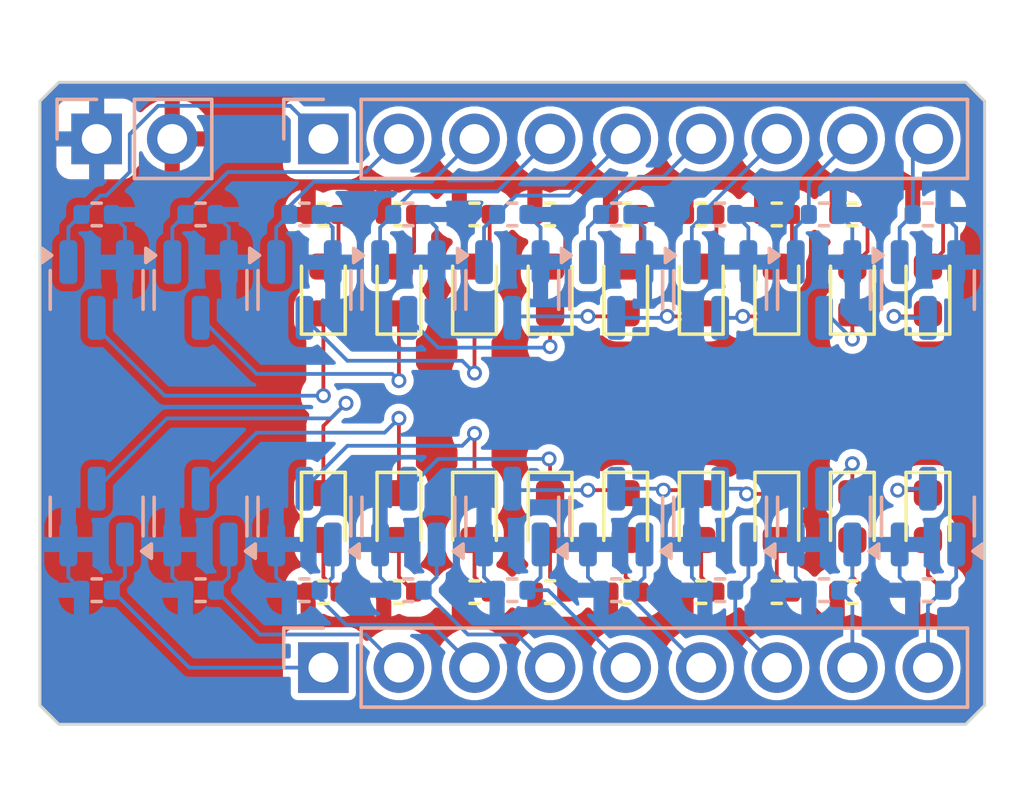
<source format=kicad_pcb>
(kicad_pcb (version 20240108) (generator "pcbnew") (generator_version "8.0")
  (layers (0 "F.Cu" signal) (31 "B.Cu" signal) (34 "B.Paste" user) (35 "F.Paste" user) (36 "B.SilkS" user "B.Silkscreen") (37 "F.SilkS" user "F.Silkscreen") (38 "B.Mask" user) (39 "F.Mask" user) (44 "Edge.Cuts" user))
  (net 0 "")
  (net 1 "Net-(D1-K)")
  (net 2 "Net-(D1-A)")
  (net 3 "Net-(D2-A)")
  (net 4 "Net-(D2-K)")
  (net 5 "Net-(D3-A)")
  (net 6 "Net-(D3-K)")
  (net 7 "Net-(D4-A)")
  (net 8 "Net-(D4-K)")
  (net 9 "Net-(D5-K)")
  (net 10 "Net-(D5-A)")
  (net 11 "Net-(D6-K)")
  (net 12 "Net-(D6-A)")
  (net 13 "Net-(D7-A)")
  (net 14 "Net-(D7-K)")
  (net 15 "Net-(D8-A)")
  (net 16 "Net-(D8-K)")
  (net 17 "Net-(D9-K)")
  (net 18 "Net-(D9-A)")
  (net 19 "Net-(D10-K)")
  (net 20 "Net-(D10-A)")
  (net 21 "Net-(D11-A)")
  (net 22 "Net-(D11-K)")
  (net 23 "Net-(D12-K)")
  (net 24 "Net-(D12-A)")
  (net 25 "Net-(D13-A)")
  (net 26 "Net-(D13-K)")
  (net 27 "Net-(D14-K)")
  (net 28 "Net-(D14-A)")
  (net 29 "Net-(D15-A)")
  (net 30 "Net-(D15-K)")
  (net 31 "Net-(D16-A)")
  (net 32 "Net-(D16-K)")
  (net 33 "Net-(D17-K)")
  (net 34 "Net-(D17-A)")
  (net 35 "Net-(D18-A)")
  (net 36 "Net-(D18-K)")
  (net 37 "/LED1_GATE")
  (net 38 "/LED2_GATE")
  (net 39 "/LED3_GATE")
  (net 40 "/LED4_GATE")
  (net 41 "/LED5_GATE")
  (net 42 "/LED6_GATE")
  (net 43 "/LED7_GATE")
  (net 44 "/LED8_GATE")
  (net 45 "/LED9_GATE")
  (net 46 "/LED10_GATE")
  (net 47 "/LED11_GATE")
  (net 48 "/LED12_GATE")
  (net 49 "/LED13_GATE")
  (net 50 "/LED14_GATE")
  (net 51 "/LED15_GATE")
  (net 52 "/LED16_GATE")
  (net 53 "/LED17_GATE")
  (net 54 "/LED18_GATE")
  (net 55 "GND")
  (net 56 "+3.3V")
  (footprint "Resistor_SMD:R_0402_1005Metric" (layer "F.Cu") (at 149.86 83.82)
    (property "Reference" "R19" (hide yes))
    (property "Value" "56")
  )
  (footprint "LED_SMD:LED_0603_1608Metric" (layer "F.Cu") (at 154.94 81.28 -90)
    (property "Reference" "D12" (hide yes))
    (property "Value" "LED")
  )
  (footprint "LED_SMD:LED_0603_1608Metric" (layer "F.Cu") (at 157.48 73.66 90)
    (property "Reference" "D4" (hide yes))
    (property "Value" "LED")
  )
  (footprint "LED_SMD:LED_0603_1608Metric" (layer "F.Cu") (at 162.56 81.28 -90)
    (property "Reference" "D15" (hide yes))
    (property "Value" "LED")
  )
  (footprint "Resistor_SMD:R_0402_1005Metric" (layer "F.Cu") (at 167.64 71.12)
    (property "Reference" "R8" (hide yes))
    (property "Value" "56")
  )
  (footprint "Resistor_SMD:R_0402_1005Metric" (layer "F.Cu") (at 167.64 83.82)
    (property "Reference" "R26" (hide yes))
    (property "Value" "56")
  )
  (footprint "Resistor_SMD:R_0402_1005Metric" (layer "F.Cu") (at 154.94 71.12)
    (property "Reference" "R3" (hide yes))
    (property "Value" "56")
  )
  (footprint "Resistor_SMD:R_0402_1005Metric" (layer "F.Cu") (at 165.1 71.12)
    (property "Reference" "R7" (hide yes))
    (property "Value" "56")
  )
  (footprint "Resistor_SMD:R_0402_1005Metric" (layer "F.Cu") (at 162.56 71.12)
    (property "Reference" "R6" (hide yes))
    (property "Value" "56")
  )
  (footprint "LED_SMD:LED_0603_1608Metric" (layer "F.Cu") (at 157.48 81.28 -90)
    (property "Reference" "D13" (hide yes))
    (property "Value" "LED")
  )
  (footprint "LED_SMD:LED_0603_1608Metric" (layer "F.Cu") (at 165.1 81.28 -90)
    (property "Reference" "D16" (hide yes))
    (property "Value" "LED")
  )
  (footprint "LED_SMD:LED_0603_1608Metric" (layer "F.Cu") (at 154.94 73.66 90)
    (property "Reference" "D3" (hide yes))
    (property "Value" "LED")
  )
  (footprint "LED_SMD:LED_0603_1608Metric" (layer "F.Cu") (at 170.18 73.66 90)
    (property "Reference" "D9" (hide yes))
    (property "Value" "LED")
  )
  (footprint "Resistor_SMD:R_0402_1005Metric" (layer "F.Cu") (at 157.48 71.12)
    (property "Reference" "R4" (hide yes))
    (property "Value" "56")
  )
  (footprint "Resistor_SMD:R_0402_1005Metric" (layer "F.Cu") (at 152.4 83.82)
    (property "Reference" "R20" (hide yes))
    (property "Value" "56")
  )
  (footprint "Resistor_SMD:R_0402_1005Metric" (layer "F.Cu") (at 170.18 71.12)
    (property "Reference" "R9" (hide yes))
    (property "Value" "56")
  )
  (footprint "Resistor_SMD:R_0402_1005Metric" (layer "F.Cu") (at 152.4 71.12)
    (property "Reference" "R2" (hide yes))
    (property "Value" "56")
  )
  (footprint "Resistor_SMD:R_0402_1005Metric" (layer "F.Cu") (at 170.18 83.7565)
    (property "Reference" "R27" (hide yes))
    (property "Value" "56")
  )
  (footprint "Resistor_SMD:R_0402_1005Metric" (layer "F.Cu") (at 149.86 71.12)
    (property "Reference" "R1" (hide yes))
    (property "Value" "56")
  )
  (footprint "LED_SMD:LED_0603_1608Metric" (layer "F.Cu") (at 160.02 81.28 -90)
    (property "Reference" "D14" (hide yes))
    (property "Value" "LED")
  )
  (footprint "Resistor_SMD:R_0402_1005Metric" (layer "F.Cu") (at 162.56 83.82)
    (property "Reference" "R24" (hide yes))
    (property "Value" "56")
  )
  (footprint "LED_SMD:LED_0603_1608Metric" (layer "F.Cu") (at 170.18 81.28 -90)
    (property "Reference" "D18" (hide yes))
    (property "Value" "LED")
  )
  (footprint "LED_SMD:LED_0603_1608Metric" (layer "F.Cu") (at 167.64 73.66 90)
    (property "Reference" "D8" (hide yes))
    (property "Value" "LED")
  )
  (footprint "LED_SMD:LED_0603_1608Metric" (layer "F.Cu") (at 167.64 81.28 -90)
    (property "Reference" "D17" (hide yes))
    (property "Value" "LED")
  )
  (footprint "LED_SMD:LED_0603_1608Metric" (layer "F.Cu") (at 162.56 73.66 90)
    (property "Reference" "D6" (hide yes))
    (property "Value" "LED")
  )
  (footprint "LED_SMD:LED_0603_1608Metric" (layer "F.Cu") (at 149.86 81.28 -90)
    (property "Reference" "D10" (hide yes))
    (property "Value" "LED")
  )
  (footprint "LED_SMD:LED_0603_1608Metric" (layer "F.Cu") (at 165.1 73.66 90)
    (property "Reference" "D7" (hide yes))
    (property "Value" "LED")
  )
  (footprint "LED_SMD:LED_0603_1608Metric" (layer "F.Cu") (at 160.02 73.66 90)
    (property "Reference" "D5" (hide yes))
    (property "Value" "LED")
  )
  (footprint "Resistor_SMD:R_0402_1005Metric" (layer "F.Cu") (at 154.94 83.82)
    (property "Reference" "R21" (hide yes))
    (property "Value" "56")
  )
  (footprint "Resistor_SMD:R_0402_1005Metric" (layer "F.Cu") (at 160.02 71.12)
    (property "Reference" "R5" (hide yes))
    (property "Value" "56")
  )
  (footprint "Resistor_SMD:R_0402_1005Metric" (layer "F.Cu") (at 157.48 83.82)
    (property "Reference" "R22" (hide yes))
    (property "Value" "56")
  )
  (footprint "LED_SMD:LED_0603_1608Metric" (layer "F.Cu") (at 149.86 73.66 90)
    (property "Reference" "D1" (hide yes))
    (property "Value" "LED")
  )
  (footprint "LED_SMD:LED_0603_1608Metric" (layer "F.Cu") (at 152.4 73.66 90)
    (property "Reference" "D2" (hide yes))
    (property "Value" "LED")
  )
  (footprint "Resistor_SMD:R_0402_1005Metric" (layer "F.Cu") (at 165.1 83.82)
    (property "Reference" "R25" (hide yes))
    (property "Value" "56")
  )
  (footprint "Resistor_SMD:R_0402_1005Metric" (layer "F.Cu") (at 160.02 83.82)
    (property "Reference" "R23" (hide yes))
    (property "Value" "56")
  )
  (footprint "LED_SMD:LED_0603_1608Metric" (layer "F.Cu") (at 152.4 81.28 -90)
    (property "Reference" "D11" (hide yes))
    (property "Value" "LED")
  )
  (footprint "Connector_PinHeader_2.54mm:PinHeader_1x09_P2.54mm_Vertical" (layer "B.Cu") (at 149.86 86.36 -90)
    (property "Reference" "J2" (hide yes))
    (property "Value" "Conn_01x09")
  )
  (footprint "Resistor_SMD:R_0402_1005Metric" (layer "B.Cu") (at 159.7025 71.12)
    (property "Reference" "R15" (hide yes))
    (property "Value" "1k")
  )
  (footprint "Resistor_SMD:R_0402_1005Metric" (layer "B.Cu") (at 149.225 83.7565 180)
    (property "Reference" "R30" (hide yes))
    (property "Value" "1k")
  )
  (footprint "Package_TO_SOT_SMD:SOT-23" (layer "B.Cu") (at 156.21 81.28 90)
    (property "Reference" "Q14" (hide yes))
    (property "Value" "Q_NMOS_GSD")
  )
  (footprint "Resistor_SMD:R_0402_1005Metric" (layer "B.Cu") (at 152.7175 71.12)
    (property "Reference" "R13" (hide yes))
    (property "Value" "1k")
  )
  (footprint "Package_TO_SOT_SMD:SOT-23" (layer "B.Cu") (at 145.7325 73.66 -90)
    (property "Reference" "Q2" (hide yes))
    (property "Value" "Q_NMOS_GSD")
  )
  (footprint "Resistor_SMD:R_0402_1005Metric" (layer "B.Cu") (at 142.24 71.12)
    (property "Reference" "R10" (hide yes))
    (property "Value" "1k")
  )
  (footprint "Package_TO_SOT_SMD:SOT-23" (layer "B.Cu") (at 149.225 81.28 90)
    (property "Reference" "Q12" (hide yes))
    (property "Value" "Q_NMOS_GSD")
  )
  (footprint "Resistor_SMD:R_0402_1005Metric" (layer "B.Cu") (at 170.18 71.12)
    (property "Reference" "R18" (hide yes))
    (property "Value" "1k")
  )
  (footprint "Resistor_SMD:R_0402_1005Metric" (layer "B.Cu") (at 163.195 83.7565 180)
    (property "Reference" "R34" (hide yes))
    (property "Value" "1k")
  )
  (footprint "Package_TO_SOT_SMD:SOT-23" (layer "B.Cu") (at 163.195 81.28 90)
    (property "Reference" "Q16" (hide yes))
    (property "Value" "Q_NMOS_GSD")
  )
  (footprint "Resistor_SMD:R_0402_1005Metric" (layer "B.Cu") (at 163.195 71.12)
    (property "Reference" "R16" (hide yes))
    (property "Value" "1k")
  )
  (footprint "Package_TO_SOT_SMD:SOT-23" (layer "B.Cu") (at 170.18 73.66 -90)
    (property "Reference" "Q9" (hide yes))
    (property "Value" "Q_NMOS_GSD")
  )
  (footprint "Resistor_SMD:R_0402_1005Metric" (layer "B.Cu") (at 156.21 71.12)
    (property "Reference" "R14" (hide yes))
    (property "Value" "1k")
  )
  (footprint "Package_TO_SOT_SMD:SOT-23" (layer "B.Cu") (at 156.21 73.66 -90)
    (property "Reference" "Q5" (hide yes))
    (property "Value" "Q_NMOS_GSD")
  )
  (footprint "Resistor_SMD:R_0402_1005Metric" (layer "B.Cu") (at 156.21 83.7565 180)
    (property "Reference" "R32" (hide yes))
    (property "Value" "1k")
  )
  (footprint "Package_TO_SOT_SMD:SOT-23" (layer "B.Cu") (at 166.6875 81.28 90)
    (property "Reference" "Q17" (hide yes))
    (property "Value" "Q_NMOS_GSD")
  )
  (footprint "Package_TO_SOT_SMD:SOT-23" (layer "B.Cu") (at 159.7025 81.28 90)
    (property "Reference" "Q15" (hide yes))
    (property "Value" "Q_NMOS_GSD")
  )
  (footprint "Package_TO_SOT_SMD:SOT-23" (layer "B.Cu") (at 170.18 81.28 90)
    (property "Reference" "Q18" (hide yes))
    (property "Value" "Q_NMOS_GSD")
  )
  (footprint "Package_TO_SOT_SMD:SOT-23" (layer "B.Cu") (at 152.7175 73.66 -90)
    (property "Reference" "Q4" (hide yes))
    (property "Value" "Q_NMOS_GSD")
  )
  (footprint "Package_TO_SOT_SMD:SOT-23" (layer "B.Cu") (at 159.7025 73.66 -90)
    (property "Reference" "Q6" (hide yes))
    (property "Value" "Q_NMOS_GSD")
  )
  (footprint "Package_TO_SOT_SMD:SOT-23" (layer "B.Cu") (at 166.6875 73.66 -90)
    (property "Reference" "Q8" (hide yes))
    (property "Value" "Q_NMOS_GSD")
  )
  (footprint "Resistor_SMD:R_0402_1005Metric" (layer "B.Cu") (at 142.24 83.7565 180)
    (property "Reference" "R28" (hide yes))
    (property "Value" "1k")
  )
  (footprint "Package_TO_SOT_SMD:SOT-23" (layer "B.Cu") (at 145.7325 81.28 90)
    (property "Reference" "Q11" (hide yes))
    (property "Value" "Q_NMOS_GSD")
  )
  (footprint "Resistor_SMD:R_0402_1005Metric" (layer "B.Cu") (at 166.6875 83.7565 180)
    (property "Reference" "R35" (hide yes))
    (property "Value" "1k")
  )
  (footprint "Package_TO_SOT_SMD:SOT-23" (layer "B.Cu") (at 152.7175 81.28 90)
    (property "Reference" "Q13" (hide yes))
    (property "Value" "Q_NMOS_GSD")
  )
  (footprint "Package_TO_SOT_SMD:SOT-23" (layer "B.Cu") (at 163.195 73.66 -90)
    (property "Reference" "Q7" (hide yes))
    (property "Value" "Q_NMOS_GSD")
  )
  (footprint "Resistor_SMD:R_0402_1005Metric" (layer "B.Cu") (at 170.18 83.7565 180)
    (property "Reference" "R36" (hide yes))
    (property "Value" "1k")
  )
  (footprint "Resistor_SMD:R_0402_1005Metric" (layer "B.Cu") (at 145.7325 71.12)
    (property "Reference" "R11" (hide yes))
    (property "Value" "1k")
  )
  (footprint "Resistor_SMD:R_0402_1005Metric" (layer "B.Cu") (at 152.7175 83.7565 180)
    (property "Reference" "R31" (hide yes))
    (property "Value" "1k")
  )
  (footprint "Package_TO_SOT_SMD:SOT-23" (layer "B.Cu") (at 149.225 73.66 -90)
    (property "Reference" "Q3" (hide yes))
    (property "Value" "Q_NMOS_GSD")
  )
  (footprint "Connector_PinHeader_2.54mm:PinHeader_1x02_P2.54mm_Vertical" (layer "B.Cu") (at 142.24 68.58 -90)
    (property "Reference" "J3" (hide yes))
    (property "Value" "Conn_01x02")
  )
  (footprint "Package_TO_SOT_SMD:SOT-23" (layer "B.Cu") (at 142.24 81.28 90)
    (property "Reference" "Q10" (hide yes))
    (property "Value" "Q_NMOS_GSD")
  )
  (footprint "Resistor_SMD:R_0402_1005Metric" (layer "B.Cu") (at 159.7025 83.7565 180)
    (property "Reference" "R33" (hide yes))
    (property "Value" "1k")
  )
  (footprint "Connector_PinHeader_2.54mm:PinHeader_1x09_P2.54mm_Vertical" (layer "B.Cu") (at 149.86 68.58 -90)
    (property "Reference" "J1" (hide yes))
    (property "Value" "Conn_01x09")
  )
  (footprint "Resistor_SMD:R_0402_1005Metric" (layer "B.Cu") (at 149.225 71.12)
    (property "Reference" "R12" (hide yes))
    (property "Value" "1k")
  )
  (footprint "Resistor_SMD:R_0402_1005Metric" (layer "B.Cu") (at 145.7325 83.7565 180)
    (property "Reference" "R29" (hide yes))
    (property "Value" "1k")
  )
  (footprint "Resistor_SMD:R_0402_1005Metric" (layer "B.Cu") (at 166.6875 71.12)
    (property "Reference" "R17" (hide yes))
    (property "Value" "1k")
  )
  (footprint "Package_TO_SOT_SMD:SOT-23" (layer "B.Cu") (at 142.24 73.66 -90)
    (property "Reference" "Q1" (hide yes))
    (property "Value" "Q_NMOS_GSD")
  )
  (gr_line (start 171.45 88.265) (end 172.085 87.63) (stroke (width 0.1)) (layer "Edge.Cuts"))
  (gr_line (start 140.97 88.265) (end 171.45 88.265) (stroke (width 0.1)) (layer "Edge.Cuts"))
  (gr_line (start 140.97 66.675) (end 140.335 67.31) (stroke (width 0.1)) (layer "Edge.Cuts"))
  (gr_line (start 171.45 66.675) (end 140.97 66.675) (stroke (width 0.1)) (layer "Edge.Cuts"))
  (gr_line (start 140.335 67.31) (end 140.335 87.63) (stroke (width 0.1)) (layer "Edge.Cuts"))
  (gr_line (start 172.085 87.63) (end 172.085 67.31) (stroke (width 0.1)) (layer "Edge.Cuts"))
  (gr_line (start 172.085 67.31) (end 171.45 66.675) (stroke (width 0.1)) (layer "Edge.Cuts"))
  (gr_line (start 140.335 87.63) (end 140.97 88.265) (stroke (width 0.1)) (layer "Edge.Cuts"))
  (segment (start 149.86 77.216) (end 149.86 74.4475) (width 0.127) (layer "F.Cu") (net 1))
  (via (at 149.86 77.216) (size 0.5) (drill 0.3) (layers "F.Cu" "B.Cu") (net 1))
  (segment (start 144.526 77.216) (end 142.24 74.93) (width 0.127) (layer "B.Cu") (net 1))
  (segment (start 142.24 74.93) (end 142.24 74.5975) (width 0.127) (layer "B.Cu") (net 1))
  (segment (start 149.86 77.216) (end 144.526 77.216) (width 0.127) (layer "B.Cu") (net 1))
  (segment (start 150.37 72.3625) (end 150.37 71.12) (width 0.127) (layer "F.Cu") (net 2))
  (segment (start 149.86 72.8725) (end 150.37 72.3625) (width 0.127) (layer "F.Cu") (net 2))
  (segment (start 152.4 72.8725) (end 152.91 72.3625) (width 0.127) (layer "F.Cu") (net 3))
  (segment (start 152.91 72.3625) (end 152.91 71.12) (width 0.127) (layer "F.Cu") (net 3))
  (segment (start 152.4 76.708) (end 152.4 74.4475) (width 0.127) (layer "F.Cu") (net 4))
  (via (at 152.4 76.708) (size 0.5) (drill 0.3) (layers "F.Cu" "B.Cu") (net 4))
  (segment (start 152.175 76.483) (end 147.618 76.483) (width 0.127) (layer "B.Cu") (net 4))
  (segment (start 152.4 76.708) (end 152.175 76.483) (width 0.127) (layer "B.Cu") (net 4))
  (segment (start 147.618 76.483) (end 145.7325 74.5975) (width 0.127) (layer "B.Cu") (net 4))
  (segment (start 155.45 72.3625) (end 155.45 71.12) (width 0.127) (layer "F.Cu") (net 5))
  (segment (start 154.94 72.8725) (end 155.45 72.3625) (width 0.127) (layer "F.Cu") (net 5))
  (segment (start 154.94 76.454) (end 154.94 74.4475) (width 0.127) (layer "F.Cu") (net 6))
  (via (at 154.94 76.454) (size 0.5) (drill 0.3) (layers "F.Cu" "B.Cu") (net 6))
  (segment (start 154.5265 76.0405) (end 150.668 76.0405) (width 0.127) (layer "B.Cu") (net 6))
  (segment (start 154.94 76.454) (end 154.5265 76.0405) (width 0.127) (layer "B.Cu") (net 6))
  (segment (start 150.668 76.0405) (end 149.225 74.5975) (width 0.127) (layer "B.Cu") (net 6))
  (segment (start 157.5055 72.8725) (end 157.99 72.388) (width 0.127) (layer "F.Cu") (net 7))
  (segment (start 157.99 72.388) (end 157.99 71.12) (width 0.127) (layer "F.Cu") (net 7))
  (segment (start 157.48 72.8725) (end 157.5055 72.8725) (width 0.127) (layer "F.Cu") (net 7))
  (segment (start 157.48 75.565) (end 157.48 74.4475) (width 0.127) (layer "F.Cu") (net 8))
  (via (at 157.48 75.565) (size 0.5) (drill 0.3) (layers "F.Cu" "B.Cu") (net 8))
  (segment (start 152.7175 74.5975) (end 153.7185 75.5985) (width 0.127) (layer "B.Cu") (net 8))
  (segment (start 153.7185 75.5985) (end 157.4465 75.5985) (width 0.127) (layer "B.Cu") (net 8))
  (segment (start 157.4465 75.5985) (end 157.48 75.565) (width 0.127) (layer "B.Cu") (net 8))
  (segment (start 159.9185 74.549) (end 160.02 74.4475) (width 0.127) (layer "F.Cu") (net 9))
  (segment (start 158.75 74.549) (end 159.9185 74.549) (width 0.127) (layer "F.Cu") (net 9))
  (via (at 158.75 74.549) (size 0.5) (drill 0.3) (layers "F.Cu" "B.Cu") (net 9))
  (segment (start 156.21 74.5975) (end 156.2585 74.549) (width 0.127) (layer "B.Cu") (net 9))
  (segment (start 156.2585 74.549) (end 158.75 74.549) (width 0.127) (layer "B.Cu") (net 9))
  (segment (start 160.53 72.3625) (end 160.53 71.12) (width 0.127) (layer "F.Cu") (net 10))
  (segment (start 160.02 72.8725) (end 160.53 72.3625) (width 0.127) (layer "F.Cu") (net 10))
  (segment (start 161.417 74.549) (end 162.4585 74.549) (width 0.127) (layer "F.Cu") (net 11))
  (segment (start 162.4585 74.549) (end 162.56 74.4475) (width 0.127) (layer "F.Cu") (net 11))
  (via (at 161.417 74.549) (size 0.5) (drill 0.3) (layers "F.Cu" "B.Cu") (net 11))
  (segment (start 159.7025 74.5975) (end 161.3685 74.5975) (width 0.127) (layer "B.Cu") (net 11))
  (segment (start 161.3685 74.5975) (end 161.417 74.549) (width 0.127) (layer "B.Cu") (net 11))
  (segment (start 162.56 72.8725) (end 163.07 72.3625) (width 0.127) (layer "F.Cu") (net 12))
  (segment (start 163.07 72.3625) (end 163.07 71.12) (width 0.127) (layer "F.Cu") (net 12))
  (segment (start 165.61 72.3625) (end 165.61 71.12) (width 0.127) (layer "F.Cu") (net 13))
  (segment (start 165.1 72.8725) (end 165.61 72.3625) (width 0.127) (layer "F.Cu") (net 13))
  (segment (start 163.957 74.549) (end 164.9985 74.549) (width 0.127) (layer "F.Cu") (net 14))
  (segment (start 164.9985 74.549) (end 165.1 74.4475) (width 0.127) (layer "F.Cu") (net 14))
  (via (at 163.957 74.549) (size 0.5) (drill 0.3) (layers "F.Cu" "B.Cu") (net 14))
  (segment (start 163.195 74.5975) (end 163.9085 74.5975) (width 0.127) (layer "B.Cu") (net 14))
  (segment (start 163.9085 74.5975) (end 163.957 74.549) (width 0.127) (layer "B.Cu") (net 14))
  (segment (start 168.15 72.3625) (end 168.15 71.12) (width 0.127) (layer "F.Cu") (net 15))
  (segment (start 167.64 72.8725) (end 168.15 72.3625) (width 0.127) (layer "F.Cu") (net 15))
  (segment (start 167.64 75.311) (end 167.64 74.4475) (width 0.127) (layer "F.Cu") (net 16))
  (via (at 167.64 75.311) (size 0.5) (drill 0.3) (layers "F.Cu" "B.Cu") (net 16))
  (segment (start 166.6875 74.5975) (end 166.9265 74.5975) (width 0.127) (layer "B.Cu") (net 16))
  (segment (start 166.9265 74.5975) (end 167.64 75.311) (width 0.127) (layer "B.Cu") (net 16))
  (segment (start 169.037 74.549) (end 170.0785 74.549) (width 0.127) (layer "F.Cu") (net 17))
  (segment (start 170.0785 74.549) (end 170.18 74.4475) (width 0.127) (layer "F.Cu") (net 17))
  (via (at 169.037 74.549) (size 0.5) (drill 0.3) (layers "F.Cu" "B.Cu") (net 17))
  (segment (start 169.0855 74.5975) (end 169.037 74.549) (width 0.127) (layer "B.Cu") (net 17))
  (segment (start 170.18 74.5975) (end 169.0855 74.5975) (width 0.127) (layer "B.Cu") (net 17))
  (segment (start 170.69 72.3625) (end 170.69 71.12) (width 0.127) (layer "F.Cu") (net 18))
  (segment (start 170.18 72.8725) (end 170.69 72.3625) (width 0.127) (layer "F.Cu") (net 18))
  (segment (start 150.622 77.47) (end 149.86 78.232) (width 0.127) (layer "F.Cu") (net 19))
  (segment (start 149.86 78.232) (end 149.86 80.4925) (width 0.127) (layer "F.Cu") (net 19))
  (via (at 150.622 77.47) (size 0.5) (drill 0.3) (layers "F.Cu" "B.Cu") (net 19))
  (segment (start 144.6045 77.978) (end 142.24 80.3425) (width 0.127) (layer "B.Cu") (net 19))
  (segment (start 150.114 77.978) (end 144.6045 77.978) (width 0.127) (layer "B.Cu") (net 19))
  (segment (start 150.622 77.47) (end 150.114 77.978) (width 0.127) (layer "B.Cu") (net 19))
  (segment (start 149.86 82.0675) (end 149.86 83.31) (width 0.127) (layer "F.Cu") (net 20))
  (segment (start 149.86 83.31) (end 150.37 83.82) (width 0.127) (layer "F.Cu") (net 20))
  (segment (start 152.4 82.0675) (end 152.4 83.31) (width 0.127) (layer "F.Cu") (net 21))
  (segment (start 152.4 83.31) (end 152.91 83.82) (width 0.127) (layer "F.Cu") (net 21))
  (segment (start 152.4 77.978) (end 152.4 80.4925) (width 0.127) (layer "F.Cu") (net 22))
  (via (at 152.4 77.978) (size 0.5) (drill 0.3) (layers "F.Cu" "B.Cu") (net 22))
  (segment (start 152.4 77.978) (end 151.9205 78.4575) (width 0.127) (layer "B.Cu") (net 22))
  (segment (start 151.9205 78.4575) (end 147.6175 78.4575) (width 0.127) (layer "B.Cu") (net 22))
  (segment (start 147.6175 78.4575) (end 145.7325 80.3425) (width 0.127) (layer "B.Cu") (net 22))
  (segment (start 154.94 78.486) (end 154.94 80.4925) (width 0.127) (layer "F.Cu") (net 23))
  (via (at 154.94 78.486) (size 0.5) (drill 0.3) (layers "F.Cu" "B.Cu") (net 23))
  (segment (start 154.94 78.486) (end 154.5265 78.8995) (width 0.127) (layer "B.Cu") (net 23))
  (segment (start 154.5265 78.8995) (end 150.668 78.8995) (width 0.127) (layer "B.Cu") (net 23))
  (segment (start 150.668 78.8995) (end 149.225 80.3425) (width 0.127) (layer "B.Cu") (net 23))
  (segment (start 154.94 83.31) (end 155.45 83.82) (width 0.127) (layer "F.Cu") (net 24))
  (segment (start 154.94 82.0675) (end 154.94 83.31) (width 0.127) (layer "F.Cu") (net 24))
  (segment (start 157.48 82.0675) (end 157.48 83.31) (width 0.127) (layer "F.Cu") (net 25))
  (segment (start 157.48 83.31) (end 157.99 83.82) (width 0.127) (layer "F.Cu") (net 25))
  (segment (start 157.48 79.375) (end 157.48 80.4925) (width 0.127) (layer "F.Cu") (net 26))
  (segment (start 157.4465 79.3415) (end 157.48 79.375) (width 0.127) (layer "F.Cu") (net 26))
  (via (at 157.4465 79.3415) (size 0.5) (drill 0.3) (layers "F.Cu" "B.Cu") (net 26))
  (segment (start 157.4465 79.3415) (end 153.7185 79.3415) (width 0.127) (layer "B.Cu") (net 26))
  (segment (start 153.7185 79.3415) (end 152.7175 80.3425) (width 0.127) (layer "B.Cu") (net 26))
  (segment (start 158.75 80.391) (end 159.9185 80.391) (width 0.127) (layer "F.Cu") (net 27))
  (segment (start 159.9185 80.391) (end 160.02 80.4925) (width 0.127) (layer "F.Cu") (net 27))
  (via (at 158.75 80.391) (size 0.5) (drill 0.3) (layers "F.Cu" "B.Cu") (net 27))
  (segment (start 156.2585 80.391) (end 158.75 80.391) (width 0.127) (layer "B.Cu") (net 27))
  (segment (start 156.21 80.3425) (end 156.2585 80.391) (width 0.127) (layer "B.Cu") (net 27))
  (segment (start 160.02 82.0675) (end 160.02 83.31) (width 0.127) (layer "F.Cu") (net 28))
  (segment (start 160.02 83.31) (end 160.53 83.82) (width 0.127) (layer "F.Cu") (net 28))
  (segment (start 162.56 82.0675) (end 162.56 83.31) (width 0.127) (layer "F.Cu") (net 29))
  (segment (start 162.56 83.31) (end 163.07 83.82) (width 0.127) (layer "F.Cu") (net 29))
  (segment (start 162.4585 80.391) (end 162.56 80.4925) (width 0.127) (layer "F.Cu") (net 30))
  (segment (start 161.29 80.391) (end 162.4585 80.391) (width 0.127) (layer "F.Cu") (net 30))
  (via (at 161.29 80.391) (size 0.5) (drill 0.3) (layers "F.Cu" "B.Cu") (net 30))
  (segment (start 159.7025 80.3425) (end 161.2415 80.3425) (width 0.127) (layer "B.Cu") (net 30))
  (segment (start 161.2415 80.3425) (end 161.29 80.391) (width 0.127) (layer "B.Cu") (net 30))
  (segment (start 165.1 83.31) (end 165.61 83.82) (width 0.127) (layer "F.Cu") (net 31))
  (segment (start 165.1 82.0675) (end 165.1 83.31) (width 0.127) (layer "F.Cu") (net 31))
  (segment (start 164.084 80.518) (end 165.0745 80.518) (width 0.127) (layer "F.Cu") (net 32))
  (segment (start 165.0745 80.518) (end 165.1 80.4925) (width 0.127) (layer "F.Cu") (net 32))
  (via (at 164.084 80.518) (size 0.5) (drill 0.3) (layers "F.Cu" "B.Cu") (net 32))
  (segment (start 163.9085 80.3425) (end 164.084 80.518) (width 0.127) (layer "B.Cu") (net 32))
  (segment (start 163.195 80.3425) (end 163.9085 80.3425) (width 0.127) (layer "B.Cu") (net 32))
  (segment (start 167.64 79.502) (end 167.64 80.4925) (width 0.127) (layer "F.Cu") (net 33))
  (via (at 167.64 79.502) (size 0.5) (drill 0.3) (layers "F.Cu" "B.Cu") (net 33))
  (segment (start 166.7995 80.3425) (end 167.64 79.502) (width 0.127) (layer "B.Cu") (net 33))
  (segment (start 166.6875 80.3425) (end 166.7995 80.3425) (width 0.127) (layer "B.Cu") (net 33))
  (segment (start 167.64 83.31) (end 168.15 83.82) (width 0.127) (layer "F.Cu") (net 34))
  (segment (start 167.64 82.0675) (end 167.64 83.31) (width 0.127) (layer "F.Cu") (net 34))
  (segment (start 170.18 83.2465) (end 170.69 83.7565) (width 0.127) (layer "F.Cu") (net 35))
  (segment (start 170.18 82.0675) (end 170.18 83.2465) (width 0.127) (layer "F.Cu") (net 35))
  (segment (start 169.164 80.391) (end 170.0785 80.391) (width 0.127) (layer "F.Cu") (net 36))
  (segment (start 170.0785 80.391) (end 170.18 80.4925) (width 0.127) (layer "F.Cu") (net 36))
  (via (at 169.164 80.391) (size 0.5) (drill 0.3) (layers "F.Cu" "B.Cu") (net 36))
  (segment (start 169.2125 80.3425) (end 169.164 80.391) (width 0.127) (layer "B.Cu") (net 36))
  (segment (start 170.18 80.3425) (end 169.2125 80.3425) (width 0.127) (layer "B.Cu") (net 36))
  (segment (start 143.3535 69.6935) (end 142.562 70.485) (width 0.127) (layer "B.Cu") (net 37))
  (segment (start 141.29 72.7225) (end 141.29 71.56) (width 0.127) (layer "B.Cu") (net 37))
  (segment (start 142.562 70.485) (end 142.365 70.485) (width 0.127) (layer "B.Cu") (net 37))
  (segment (start 148.7465 67.4665) (end 144.306 67.4665) (width 0.127) (layer "B.Cu") (net 37))
  (segment (start 143.3535 68.419) (end 143.3535 69.6935) (width 0.127) (layer "B.Cu") (net 37))
  (segment (start 144.306 67.4665) (end 143.3535 68.419) (width 0.127) (layer "B.Cu") (net 37))
  (segment (start 141.29 71.56) (end 141.73 71.12) (width 0.127) (layer "B.Cu") (net 37))
  (segment (start 149.86 68.58) (end 148.7465 67.4665) (width 0.127) (layer "B.Cu") (net 37))
  (segment (start 142.365 70.485) (end 141.73 71.12) (width 0.127) (layer "B.Cu") (net 37))
  (segment (start 144.7825 71.56) (end 145.2225 71.12) (width 0.127) (layer "B.Cu") (net 38))
  (segment (start 144.7825 72.7225) (end 144.7825 71.56) (width 0.127) (layer "B.Cu") (net 38))
  (segment (start 152.4 68.58) (end 151.2865 69.6935) (width 0.127) (layer "B.Cu") (net 38))
  (segment (start 151.2865 69.6935) (end 146.649 69.6935) (width 0.127) (layer "B.Cu") (net 38))
  (segment (start 146.649 69.6935) (end 145.2225 71.12) (width 0.127) (layer "B.Cu") (net 38))
  (segment (start 154.94 68.58) (end 153.4995 70.0205) (width 0.127) (layer "B.Cu") (net 39))
  (segment (start 148.275 71.56) (end 148.715 71.12) (width 0.127) (layer "B.Cu") (net 39))
  (segment (start 149.5425 70.0205) (end 148.715 70.848) (width 0.127) (layer "B.Cu") (net 39))
  (segment (start 148.715 70.848) (end 148.715 71.12) (width 0.127) (layer "B.Cu") (net 39))
  (segment (start 148.275 72.7225) (end 148.275 71.56) (width 0.127) (layer "B.Cu") (net 39))
  (segment (start 153.4995 70.0205) (end 149.5425 70.0205) (width 0.127) (layer "B.Cu") (net 39))
  (segment (start 155.7125 70.3475) (end 153.364052 70.3475) (width 0.127) (layer "B.Cu") (net 40))
  (segment (start 153.364052 70.3475) (end 152.855 70.3475) (width 0.127) (layer "B.Cu") (net 40))
  (segment (start 157.48 68.58) (end 155.7125 70.3475) (width 0.127) (layer "B.Cu") (net 40))
  (segment (start 152.855 70.3475) (end 152.0825 71.12) (width 0.127) (layer "B.Cu") (net 40))
  (segment (start 151.7675 72.7225) (end 151.7675 71.56) (width 0.127) (layer "B.Cu") (net 40))
  (segment (start 151.7675 71.56) (end 152.2075 71.12) (width 0.127) (layer "B.Cu") (net 40))
  (segment (start 158.115 70.485) (end 156.335 70.485) (width 0.127) (layer "B.Cu") (net 41))
  (segment (start 155.26 72.7225) (end 155.26 71.56) (width 0.127) (layer "B.Cu") (net 41))
  (segment (start 160.02 68.58) (end 158.115 70.485) (width 0.127) (layer "B.Cu") (net 41))
  (segment (start 155.26 71.56) (end 155.7 71.12) (width 0.127) (layer "B.Cu") (net 41))
  (segment (start 156.335 70.485) (end 155.7 71.12) (width 0.127) (layer "B.Cu") (net 41))
  (segment (start 160.4625 69.85) (end 159.1925 71.12) (width 0.127) (layer "B.Cu") (net 42))
  (segment (start 161.29 69.85) (end 160.4625 69.85) (width 0.127) (layer "B.Cu") (net 42))
  (segment (start 158.7525 71.56) (end 159.1925 71.12) (width 0.127) (layer "B.Cu") (net 42))
  (segment (start 158.7525 72.7225) (end 158.7525 71.56) (width 0.127) (layer "B.Cu") (net 42))
  (segment (start 162.56 68.58) (end 161.29 69.85) (width 0.127) (layer "B.Cu") (net 42))
  (segment (start 162.685 70.995) (end 162.685 71.12) (width 0.127) (layer "B.Cu") (net 43))
  (segment (start 162.245 72.7225) (end 162.245 71.56) (width 0.127) (layer "B.Cu") (net 43))
  (segment (start 162.245 71.56) (end 162.685 71.12) (width 0.127) (layer "B.Cu") (net 43))
  (segment (start 165.1 68.58) (end 162.685 70.995) (width 0.127) (layer "B.Cu") (net 43))
  (segment (start 166.1775 70.0425) (end 166.1775 71.12) (width 0.127) (layer "B.Cu") (net 44))
  (segment (start 165.7375 71.56) (end 166.1775 71.12) (width 0.127) (layer "B.Cu") (net 44))
  (segment (start 167.64 68.58) (end 166.1775 70.0425) (width 0.127) (layer "B.Cu") (net 44))
  (segment (start 165.7375 72.7225) (end 165.7375 71.56) (width 0.127) (layer "B.Cu") (net 44))
  (segment (start 169.23 71.56) (end 169.67 71.12) (width 0.127) (layer "B.Cu") (net 45))
  (segment (start 169.23 72.7225) (end 169.23 71.56) (width 0.127) (layer "B.Cu") (net 45))
  (segment (start 169.672 71.118) (end 169.67 71.12) (width 0.127) (layer "B.Cu") (net 45))
  (segment (start 169.672 69.088) (end 169.672 71.118) (width 0.127) (layer "B.Cu") (net 45))
  (segment (start 170.18 68.58) (end 169.672 69.088) (width 0.127) (layer "B.Cu") (net 45))
  (segment (start 143.19 83.3165) (end 142.75 83.7565) (width 0.127) (layer "B.Cu") (net 46))
  (segment (start 149.86 86.36) (end 145.3535 86.36) (width 0.127) (layer "B.Cu") (net 46))
  (segment (start 143.19 82.2175) (end 143.19 83.3165) (width 0.127) (layer "B.Cu") (net 46))
  (segment (start 145.3535 86.36) (end 142.75 83.7565) (width 0.127) (layer "B.Cu") (net 46))
  (segment (start 147.7325 85.2465) (end 146.2425 83.7565) (width 0.127) (layer "B.Cu") (net 47))
  (segment (start 151.2865 85.2465) (end 147.7325 85.2465) (width 0.127) (layer "B.Cu") (net 47))
  (segment (start 146.6825 83.3165) (end 146.2425 83.7565) (width 0.127) (layer "B.Cu") (net 47))
  (segment (start 146.6825 82.2175) (end 146.6825 83.3165) (width 0.127) (layer "B.Cu") (net 47))
  (segment (start 152.4 86.36) (end 151.2865 85.2465) (width 0.127) (layer "B.Cu") (net 47))
  (segment (start 154.94 86.36) (end 153.4995 84.9195) (width 0.127) (layer "B.Cu") (net 48))
  (segment (start 149.735 84.0325) (end 149.735 83.7565) (width 0.127) (layer "B.Cu") (net 48))
  (segment (start 150.622 84.9195) (end 149.735 84.0325) (width 0.127) (layer "B.Cu") (net 48))
  (segment (start 153.4995 84.9195) (end 150.622 84.9195) (width 0.127) (layer "B.Cu") (net 48))
  (segment (start 150.175 83.3165) (end 149.735 83.7565) (width 0.127) (layer "B.Cu") (net 48))
  (segment (start 150.175 82.2175) (end 150.175 83.3165) (width 0.127) (layer "B.Cu") (net 48))
  (segment (start 153.6675 82.2175) (end 153.6675 83.3165) (width 0.127) (layer "B.Cu") (net 49))
  (segment (start 154.7175 85.2465) (end 153.2275 83.7565) (width 0.127) (layer "B.Cu") (net 49))
  (segment (start 156.3665 85.2465) (end 154.7175 85.2465) (width 0.127) (layer "B.Cu") (net 49))
  (segment (start 153.6675 83.3165) (end 153.2275 83.7565) (width 0.127) (layer "B.Cu") (net 49))
  (segment (start 157.48 86.36) (end 156.3665 85.2465) (width 0.127) (layer "B.Cu") (net 49))
  (segment (start 160.02 86.36) (end 157.4165 83.7565) (width 0.127) (layer "B.Cu") (net 50))
  (segment (start 157.16 83.3165) (end 156.72 83.7565) (width 0.127) (layer "B.Cu") (net 50))
  (segment (start 157.16 82.2175) (end 157.16 83.3165) (width 0.127) (layer "B.Cu") (net 50))
  (segment (start 157.4165 83.7565) (end 156.72 83.7565) (width 0.127) (layer "B.Cu") (net 50))
  (segment (start 162.56 86.36) (end 160.2125 84.0125) (width 0.127) (layer "B.Cu") (net 51))
  (segment (start 160.2125 84.0125) (end 160.2125 83.7565) (width 0.127) (layer "B.Cu") (net 51))
  (segment (start 160.6525 83.3165) (end 160.2125 83.7565) (width 0.127) (layer "B.Cu") (net 51))
  (segment (start 160.6525 82.2175) (end 160.6525 83.3165) (width 0.127) (layer "B.Cu") (net 51))
  (segment (start 164.145 82.2175) (end 164.145 83.3165) (width 0.127) (layer "B.Cu") (net 52))
  (segment (start 163.705 84.965) (end 163.705 83.7565) (width 0.127) (layer "B.Cu") (net 52))
  (segment (start 164.145 83.3165) (end 163.705 83.7565) (width 0.127) (layer "B.Cu") (net 52))
  (segment (start 165.1 86.36) (end 163.705 84.965) (width 0.127) (layer "B.Cu") (net 52))
  (segment (start 167.6375 83.3165) (end 167.1975 83.7565) (width 0.127) (layer "B.Cu") (net 53))
  (segment (start 167.64 86.36) (end 167.64 84.199) (width 0.127) (layer "B.Cu") (net 53))
  (segment (start 167.64 84.199) (end 167.1975 83.7565) (width 0.127) (layer "B.Cu") (net 53))
  (segment (start 167.6375 82.2175) (end 167.6375 83.3165) (width 0.127) (layer "B.Cu") (net 53))
  (segment (start 171.13 82.2175) (end 171.13 83.3165) (width 0.127) (layer "B.Cu") (net 54))
  (segment (start 170.18 84.2665) (end 170.69 83.7565) (width 0.127) (layer "B.Cu") (net 54))
  (segment (start 171.13 83.3165) (end 170.69 83.7565) (width 0.127) (layer "B.Cu") (net 54))
  (segment (start 170.18 86.36) (end 170.18 84.2665) (width 0.127) (layer "B.Cu") (net 54))
  (segment (start 146.6825 72.7225) (end 146.6825 71.56) (width 0.127) (layer "B.Cu") (net 55))
  (segment (start 164.145 71.56) (end 163.705 71.12) (width 0.127) (layer "B.Cu") (net 55))
  (segment (start 162.245 82.2175) (end 162.245 83.3165) (width 0.127) (layer "B.Cu") (net 55))
  (segment (start 143.19 72.7225) (end 143.19 71.56) (width 0.127) (layer "B.Cu") (net 55))
  (segment (start 158.7525 82.2175) (end 158.7525 83.3165) (width 0.127) (layer "B.Cu") (net 55))
  (segment (start 165.7375 83.3165) (end 166.1775 83.7565) (width 0.127) (layer "B.Cu") (net 55))
  (segment (start 160.6525 72.7225) (end 160.6525 71.56) (width 0.127) (layer "B.Cu") (net 55))
  (segment (start 144.7825 83.3165) (end 145.2225 83.7565) (width 0.127) (layer "B.Cu") (net 55))
  (segment (start 150.175 72.7225) (end 150.175 71.56) (width 0.127) (layer "B.Cu") (net 55))
  (segment (start 157.16 72.7225) (end 157.16 71.56) (width 0.127) (layer "B.Cu") (net 55))
  (segment (start 158.7525 83.3165) (end 159.1925 83.7565) (width 0.127) (layer "B.Cu") (net 55))
  (segment (start 160.6525 71.56) (end 160.2125 71.12) (width 0.127) (layer "B.Cu") (net 55))
  (segment (start 171.13 71.56) (end 170.69 71.12) (width 0.127) (layer "B.Cu") (net 55))
  (segment (start 155.26 82.2175) (end 155.26 83.3165) (width 0.127) (layer "B.Cu") (net 55))
  (segment (start 151.7675 82.2175) (end 151.7675 83.3165) (width 0.127) (layer "B.Cu") (net 55))
  (segment (start 148.275 83.3165) (end 148.715 83.7565) (width 0.127) (layer "B.Cu") (net 55))
  (segment (start 146.6825 71.56) (end 146.2425 71.12) (width 0.127) (layer "B.Cu") (net 55))
  (segment (start 151.7675 83.3165) (end 152.2075 83.7565) (width 0.127) (layer "B.Cu") (net 55))
  (segment (start 153.6675 71.56) (end 153.2275 71.12) (width 0.127) (layer "B.Cu") (net 55))
  (segment (start 141.29 83.3165) (end 141.73 83.7565) (width 0.127) (layer "B.Cu") (net 55))
  (segment (start 169.23 82.2175) (end 169.23 83.3165) (width 0.127) (layer "B.Cu") (net 55))
  (segment (start 164.145 72.7225) (end 164.145 71.56) (width 0.127) (layer "B.Cu") (net 55))
  (segment (start 144.7825 82.2175) (end 144.7825 83.3165) (width 0.127) (layer "B.Cu") (net 55))
  (segment (start 167.6375 72.7225) (end 167.6375 71.56) (width 0.127) (layer "B.Cu") (net 55))
  (segment (start 169.23 83.3165) (end 169.67 83.7565) (width 0.127) (layer "B.Cu") (net 55))
  (segment (start 150.175 71.56) (end 149.735 71.12) (width 0.127) (layer "B.Cu") (net 55))
  (segment (start 153.6675 72.7225) (end 153.6675 71.56) (width 0.127) (layer "B.Cu") (net 55))
  (segment (start 162.245 83.3165) (end 162.685 83.7565) (width 0.127) (layer "B.Cu") (net 55))
  (segment (start 157.16 71.56) (end 156.72 71.12) (width 0.127) (layer "B.Cu") (net 55))
  (segment (start 141.29 82.2175) (end 141.29 83.3165) (width 0.127) (layer "B.Cu") (net 55))
  (segment (start 165.7375 82.2175) (end 165.7375 83.3165) (width 0.127) (layer "B.Cu") (net 55))
  (segment (start 171.13 72.7225) (end 171.13 71.56) (width 0.127) (layer "B.Cu") (net 55))
  (segment (start 167.6375 71.56) (end 167.1975 71.12) (width 0.127) (layer "B.Cu") (net 55))
  (segment (start 148.275 82.2175) (end 148.275 83.3165) (width 0.127) (layer "B.Cu") (net 55))
  (segment (start 155.26 83.3165) (end 155.7 83.7565) (width 0.127) (layer "B.Cu") (net 55))
  (segment (start 143.19 71.56) (end 142.75 71.12) (width 0.127) (layer "B.Cu") (net 55))
  (zone (net 56) (net_name "+3.3V") (layer "F.Cu") (connect_pads (clearance 0.508)) (min_thickness 0.254) (fill yes (thermal_gap 0.508) (thermal_bridge_width 0.508))
    (polygon (pts (xy 172.085 88.265) (xy 140.335 88.265) (xy 140.335 66.675) (xy 172.085 66.675)))
  )
  (zone (net 55) (net_name "GND") (layer "B.Cu") (connect_pads (clearance 0.243)) (min_thickness 0.127) (fill yes (thermal_gap 0.508) (thermal_bridge_width 0.508))
    (polygon (pts (xy 172.085 88.265) (xy 140.335 88.265) (xy 140.335 66.675) (xy 172.085 66.675)))
  )
)
</source>
